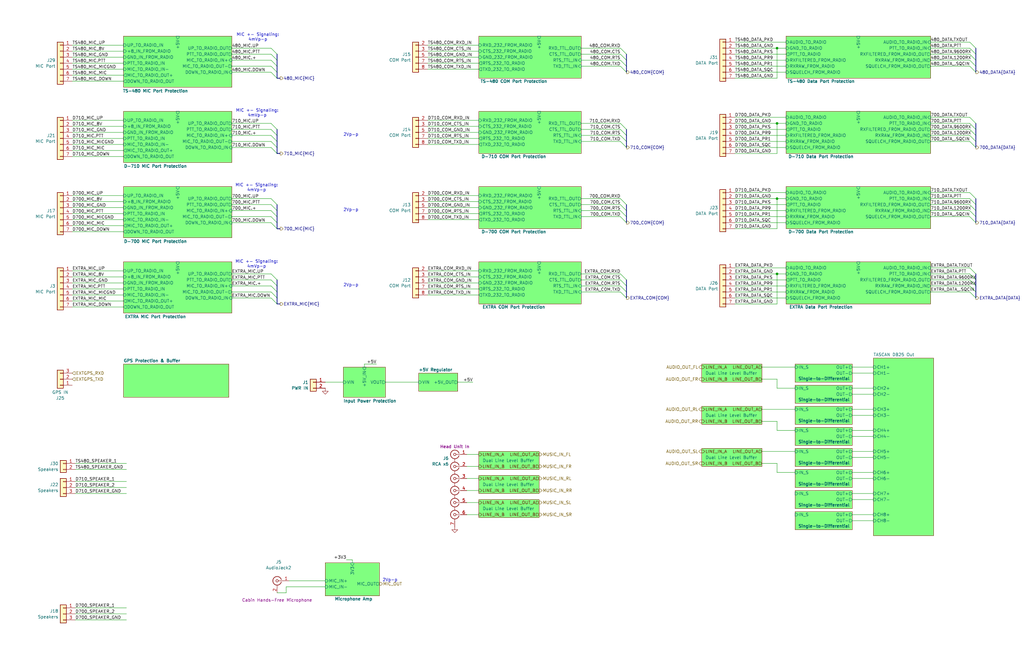
<source format=kicad_sch>
(kicad_sch (version 20250114) (generator "eeschema") (generator_version "9.0")
  (paper "B")
  (bus_alias "480_MIC" (members "UP" "DOWN" "PTT" "+"))
  (bus_alias "4X_KENWOOD_MIC" (members "{480_MIC}" "{710_MIC}" "{EXTRA_MIC}" "{700_MIC}"))
  (bus_alias "700_MIC" (members "UP" "DOWN" "PTT" "+"))
  (bus_alias "710_MIC" (members "UP" "DOWN" "PTT" "+"))
  (bus_alias "COM" (members "RXD" "TXD" "CTS" "RTS"))
  (bus_alias "DATA" (members "TXOUT" "PTT" "9600RX" "1200RX" "SQCIN"))
  (bus_alias "EXTRA_MIC" (members "UP" "DOWN" "PTT" "+"))
  (bus_alias "MIC" (members "UP" "DOWN" "PTT" "+"))
  (text "MIC +- Signaling:\n4mVp-p" (at 108.458 47.752 0) (effects (font (size 1.27 1.27))))
  (text "MIC +- Signaling:\n4mVp-p" (at 108.712 15.748 0) (effects (font (size 1.27 1.27))))
  (text "2Vp-p" (at 144.78 89.408 0) (effects (font (size 1.27 1.27)) (justify left bottom)))
  (text "2Vp-p" (at 144.78 121.158 0) (effects (font (size 1.27 1.27)) (justify left bottom)))
  (text "2Vp-p" (at 144.78 57.658 0) (effects (font (size 1.27 1.27)) (justify left bottom)))
  (text "MIC +- Signaling:\n4mVp-p" (at 108.204 111.506 0) (effects (font (size 1.27 1.27))))
  (text "MIC +- Signaling:\n4mVp-p" (at 108.204 79.248 0) (effects (font (size 1.27 1.27))))
  (text "2Vp-p" (at 161.29 245.618 0) (effects (font (size 1.27 1.27)) (justify left bottom)))
  (junction (at 327.66 83.82))
  (junction (at 327.66 52.07))
  (junction (at 327.66 20.32))
  (junction (at 327.66 115.57))
  (bus_entry (at 114.3 62.23) (size 2.54 2.54))
  (bus_entry (at 261.62 22.86) (size 2.54 2.54))
  (bus_entry (at 408.94 81.28) (size 2.54 2.54))
  (bus_entry (at 261.62 91.44) (size 2.54 2.54))
  (bus_entry (at 408.94 83.82) (size 2.54 2.54))
  (bus_entry (at 114.3 54.61) (size 2.54 2.54))
  (bus_entry (at 408.94 52.07) (size 2.54 2.54))
  (bus_entry (at 408.94 57.15) (size 2.54 2.54))
  (bus_entry (at 114.3 20.32) (size 2.54 2.54))
  (bus_entry (at 408.94 115.57) (size 2.54 2.54))
  (bus_entry (at 114.3 25.4) (size 2.54 2.54))
  (bus_entry (at 261.62 88.9) (size 2.54 2.54))
  (bus_entry (at 261.62 120.65) (size 2.54 2.54))
  (bus_entry (at 261.62 20.32) (size 2.54 2.54))
  (bus_entry (at 261.62 52.07) (size 2.54 2.54))
  (bus_entry (at 114.3 83.82) (size 2.54 2.54))
  (bus_entry (at 114.3 115.57) (size 2.54 2.54))
  (bus_entry (at 261.62 115.57) (size 2.54 2.54))
  (bus_entry (at 261.62 86.36) (size 2.54 2.54))
  (bus_entry (at 261.62 59.69) (size 2.54 2.54))
  (bus_entry (at 114.3 22.86) (size 2.54 2.54))
  (bus_entry (at 261.62 27.94) (size 2.54 2.54))
  (bus_entry (at 114.3 93.98) (size 2.54 2.54))
  (bus_entry (at 114.3 30.48) (size 2.54 2.54))
  (bus_entry (at 114.3 88.9) (size 2.54 2.54))
  (bus_entry (at 408.94 22.86) (size 2.54 2.54))
  (bus_entry (at 408.94 27.94) (size 2.54 2.54))
  (bus_entry (at 408.94 91.44) (size 2.54 2.54))
  (bus_entry (at 114.3 125.73) (size 2.54 2.54))
  (bus_entry (at 408.94 113.03) (size 2.54 2.54))
  (bus_entry (at 261.62 123.19) (size 2.54 2.54))
  (bus_entry (at 408.94 88.9) (size 2.54 2.54))
  (bus_entry (at 261.62 25.4) (size 2.54 2.54))
  (bus_entry (at 261.62 54.61) (size 2.54 2.54))
  (bus_entry (at 408.94 49.53) (size 2.54 2.54))
  (bus_entry (at 261.62 57.15) (size 2.54 2.54))
  (bus_entry (at 408.94 86.36) (size 2.54 2.54))
  (bus_entry (at 114.3 120.65) (size 2.54 2.54))
  (bus_entry (at 408.94 118.11) (size 2.54 2.54))
  (bus_entry (at 114.3 52.07) (size 2.54 2.54))
  (bus_entry (at 114.3 57.15) (size 2.54 2.54))
  (bus_entry (at 114.3 118.11) (size 2.54 2.54))
  (bus_entry (at 261.62 83.82) (size 2.54 2.54))
  (bus_entry (at 114.3 91.44) (size 2.54 2.54))
  (bus_entry (at 408.94 17.78) (size 2.54 2.54))
  (bus_entry (at 114.3 86.36) (size 2.54 2.54))
  (bus_entry (at 114.3 123.19) (size 2.54 2.54))
  (bus_entry (at 408.94 120.65) (size 2.54 2.54))
  (bus_entry (at 114.3 27.94) (size 2.54 2.54))
  (bus_entry (at 408.94 59.69) (size 2.54 2.54))
  (bus_entry (at 408.94 54.61) (size 2.54 2.54))
  (bus_entry (at 114.3 59.69) (size 2.54 2.54))
  (bus_entry (at 408.94 123.19) (size 2.54 2.54))
  (bus_entry (at 408.94 20.32) (size 2.54 2.54))
  (bus_entry (at 261.62 118.11) (size 2.54 2.54))
  (bus_entry (at 408.94 25.4) (size 2.54 2.54))
  (bus (pts (xy 116.84 86.36) (xy 116.84 88.9)))
  (wire (pts (xy 30.48 50.8) (xy 52.07 50.8)))
  (wire (pts (xy 114.3 83.82) (xy 97.79 83.82)))
  (wire (pts (xy 30.48 63.5) (xy 52.07 63.5)))
  (bus (pts (xy 116.84 96.52) (xy 118.11 96.52)))
  (wire (pts (xy 30.48 34.29) (xy 52.07 34.29)))
  (bus (pts (xy 264.16 54.61) (xy 264.16 57.15)))
  (wire (pts (xy 180.34 53.34) (xy 201.93 53.34)))
  (wire (pts (xy 309.88 25.4) (xy 331.47 25.4)))
  (wire (pts (xy 309.88 64.77) (xy 327.66 64.77)))
  (wire (pts (xy 327.66 115.57) (xy 327.66 128.27)))
  (wire (pts (xy 408.94 20.32) (xy 392.43 20.32)))
  (wire (pts (xy 114.3 52.07) (xy 97.79 52.07)))
  (bus (pts (xy 116.84 93.98) (xy 116.84 96.52)))
  (wire (pts (xy 327.66 52.07) (xy 331.47 52.07)))
  (wire (pts (xy 408.94 54.61) (xy 392.43 54.61)))
  (wire (pts (xy 30.48 29.21) (xy 52.07 29.21)))
  (wire (pts (xy 327.66 199.39) (xy 335.28 199.39)))
  (wire (pts (xy 30.48 121.92) (xy 52.07 121.92)))
  (wire (pts (xy 321.31 160.02) (xy 327.66 160.02)))
  (bus (pts (xy 411.48 57.15) (xy 411.48 59.69)))
  (bus (pts (xy 411.48 27.94) (xy 411.48 30.48)))
  (wire (pts (xy 359.41 166.37) (xy 368.3 166.37)))
  (wire (pts (xy 120.65 250.19) (xy 120.65 247.65)))
  (wire (pts (xy 30.48 87.63) (xy 52.07 87.63)))
  (wire (pts (xy 114.3 30.48) (xy 97.79 30.48)))
  (wire (pts (xy 30.48 90.17) (xy 52.07 90.17)))
  (wire (pts (xy 180.34 119.38) (xy 201.93 119.38)))
  (wire (pts (xy 30.48 129.54) (xy 52.07 129.54)))
  (wire (pts (xy 162.56 161.29) (xy 176.53 161.29)))
  (wire (pts (xy 359.41 190.5) (xy 368.3 190.5)))
  (wire (pts (xy 359.41 210.82) (xy 368.3 210.82)))
  (wire (pts (xy 199.39 161.29) (xy 193.04 161.29)))
  (bus (pts (xy 116.84 120.65) (xy 116.84 123.19)))
  (wire (pts (xy 327.66 83.82) (xy 331.47 83.82)))
  (wire (pts (xy 408.94 88.9) (xy 392.43 88.9)))
  (wire (pts (xy 30.48 60.96) (xy 52.07 60.96)))
  (wire (pts (xy 408.94 118.11) (xy 392.43 118.11)))
  (wire (pts (xy 114.3 59.69) (xy 97.79 59.69)))
  (wire (pts (xy 114.3 22.86) (xy 97.79 22.86)))
  (wire (pts (xy 408.94 59.69) (xy 392.43 59.69)))
  (wire (pts (xy 114.3 62.23) (xy 97.79 62.23)))
  (wire (pts (xy 261.62 91.44) (xy 245.11 91.44)))
  (wire (pts (xy 408.94 86.36) (xy 392.43 86.36)))
  (bus (pts (xy 116.84 128.27) (xy 118.11 128.27)))
  (wire (pts (xy 309.88 17.78) (xy 331.47 17.78)))
  (wire (pts (xy 261.62 20.32) (xy 245.11 20.32)))
  (wire (pts (xy 116.84 250.19) (xy 120.65 250.19)))
  (wire (pts (xy 327.66 195.58) (xy 327.66 199.39)))
  (wire (pts (xy 196.85 212.09) (xy 201.93 212.09)))
  (bus (pts (xy 411.48 91.44) (xy 411.48 93.98)))
  (wire (pts (xy 180.34 21.59) (xy 201.93 21.59)))
  (wire (pts (xy 30.48 92.71) (xy 52.07 92.71)))
  (wire (pts (xy 321.31 172.72) (xy 335.28 172.72)))
  (bus (pts (xy 264.16 120.65) (xy 264.16 123.19)))
  (wire (pts (xy 408.94 52.07) (xy 392.43 52.07)))
  (wire (pts (xy 30.48 127) (xy 52.07 127)))
  (wire (pts (xy 30.48 124.46) (xy 52.07 124.46)))
  (wire (pts (xy 31.75 198.12) (xy 53.34 198.12)))
  (wire (pts (xy 148.59 236.22) (xy 146.05 236.22)))
  (bus (pts (xy 411.48 123.19) (xy 411.48 125.73)))
  (wire (pts (xy 30.48 31.75) (xy 52.07 31.75)))
  (wire (pts (xy 30.48 58.42) (xy 52.07 58.42)))
  (wire (pts (xy 30.48 26.67) (xy 52.07 26.67)))
  (wire (pts (xy 31.75 261.62) (xy 53.34 261.62)))
  (wire (pts (xy 309.88 86.36) (xy 331.47 86.36)))
  (wire (pts (xy 321.31 195.58) (xy 327.66 195.58)))
  (wire (pts (xy 321.31 190.5) (xy 335.28 190.5)))
  (bus (pts (xy 411.48 86.36) (xy 411.48 88.9)))
  (wire (pts (xy 309.88 59.69) (xy 331.47 59.69)))
  (wire (pts (xy 408.94 120.65) (xy 392.43 120.65)))
  (wire (pts (xy 327.66 163.83) (xy 335.28 163.83)))
  (wire (pts (xy 408.94 113.03) (xy 392.43 113.03)))
  (wire (pts (xy 261.62 57.15) (xy 245.11 57.15)))
  (wire (pts (xy 31.75 205.74) (xy 53.34 205.74)))
  (wire (pts (xy 114.3 54.61) (xy 97.79 54.61)))
  (wire (pts (xy 180.34 60.96) (xy 201.93 60.96)))
  (wire (pts (xy 114.3 20.32) (xy 97.79 20.32)))
  (wire (pts (xy 114.3 88.9) (xy 97.79 88.9)))
  (wire (pts (xy 196.85 191.77) (xy 201.93 191.77)))
  (wire (pts (xy 309.88 81.28) (xy 331.47 81.28)))
  (wire (pts (xy 31.75 208.28) (xy 53.34 208.28)))
  (wire (pts (xy 408.94 25.4) (xy 392.43 25.4)))
  (wire (pts (xy 120.65 247.65) (xy 137.16 247.65)))
  (bus (pts (xy 264.16 25.4) (xy 264.16 27.94)))
  (wire (pts (xy 309.88 30.48) (xy 331.47 30.48)))
  (wire (pts (xy 309.88 83.82) (xy 327.66 83.82)))
  (bus (pts (xy 116.84 64.77) (xy 118.11 64.77)))
  (wire (pts (xy 309.88 52.07) (xy 327.66 52.07)))
  (wire (pts (xy 261.62 22.86) (xy 245.11 22.86)))
  (wire (pts (xy 196.85 201.93) (xy 201.93 201.93)))
  (wire (pts (xy 327.66 20.32) (xy 331.47 20.32)))
  (wire (pts (xy 261.62 88.9) (xy 245.11 88.9)))
  (wire (pts (xy 180.34 116.84) (xy 201.93 116.84)))
  (wire (pts (xy 180.34 26.67) (xy 201.93 26.67)))
  (wire (pts (xy 30.48 95.25) (xy 52.07 95.25)))
  (wire (pts (xy 114.3 57.15) (xy 97.79 57.15)))
  (bus (pts (xy 116.84 91.44) (xy 116.84 93.98)))
  (wire (pts (xy 359.41 172.72) (xy 368.3 172.72)))
  (wire (pts (xy 321.31 154.94) (xy 335.28 154.94)))
  (wire (pts (xy 309.88 113.03) (xy 331.47 113.03)))
  (wire (pts (xy 309.88 91.44) (xy 331.47 91.44)))
  (wire (pts (xy 137.16 161.29) (xy 144.78 161.29)))
  (wire (pts (xy 408.94 91.44) (xy 392.43 91.44)))
  (wire (pts (xy 148.59 236.22) (xy 148.59 237.49)))
  (wire (pts (xy 261.62 54.61) (xy 245.11 54.61)))
  (wire (pts (xy 309.88 22.86) (xy 331.47 22.86)))
  (bus (pts (xy 411.48 54.61) (xy 411.48 57.15)))
  (bus (pts (xy 411.48 22.86) (xy 411.48 25.4)))
  (wire (pts (xy 153.67 153.67) (xy 153.67 154.94)))
  (wire (pts (xy 309.88 115.57) (xy 327.66 115.57)))
  (wire (pts (xy 30.48 19.05) (xy 52.07 19.05)))
  (wire (pts (xy 114.3 27.94) (xy 97.79 27.94)))
  (wire (pts (xy 309.88 93.98) (xy 331.47 93.98)))
  (wire (pts (xy 327.66 160.02) (xy 327.66 163.83)))
  (wire (pts (xy 408.94 81.28) (xy 392.43 81.28)))
  (bus (pts (xy 411.48 52.07) (xy 411.48 54.61)))
  (wire (pts (xy 359.41 193.04) (xy 368.3 193.04)))
  (wire (pts (xy 408.94 115.57) (xy 392.43 115.57)))
  (wire (pts (xy 408.94 17.78) (xy 392.43 17.78)))
  (wire (pts (xy 261.62 59.69) (xy 245.11 59.69)))
  (wire (pts (xy 309.88 49.53) (xy 331.47 49.53)))
  (wire (pts (xy 309.88 20.32) (xy 327.66 20.32)))
  (bus (pts (xy 411.48 118.11) (xy 411.48 120.65)))
  (bus (pts (xy 264.16 59.69) (xy 264.16 62.23)))
  (wire (pts (xy 31.75 256.54) (xy 53.34 256.54)))
  (wire (pts (xy 327.66 115.57) (xy 331.47 115.57)))
  (wire (pts (xy 359.41 154.94) (xy 368.3 154.94)))
  (wire (pts (xy 30.48 24.13) (xy 52.07 24.13)))
  (wire (pts (xy 180.34 87.63) (xy 201.93 87.63)))
  (wire (pts (xy 359.41 163.83) (xy 368.3 163.83)))
  (wire (pts (xy 261.62 118.11) (xy 245.11 118.11)))
  (wire (pts (xy 261.62 115.57) (xy 245.11 115.57)))
  (wire (pts (xy 309.88 125.73) (xy 331.47 125.73)))
  (bus (pts (xy 116.84 25.4) (xy 116.84 27.94)))
  (wire (pts (xy 31.75 203.2) (xy 53.34 203.2)))
  (bus (pts (xy 411.48 120.65) (xy 411.48 123.19)))
  (bus (pts (xy 264.16 118.11) (xy 264.16 120.65)))
  (wire (pts (xy 114.3 125.73) (xy 97.79 125.73)))
  (wire (pts (xy 180.34 114.3) (xy 201.93 114.3)))
  (wire (pts (xy 321.31 177.8) (xy 327.66 177.8)))
  (wire (pts (xy 359.41 184.15) (xy 368.3 184.15)))
  (wire (pts (xy 180.34 55.88) (xy 201.93 55.88)))
  (bus (pts (xy 116.84 123.19) (xy 116.84 125.73)))
  (wire (pts (xy 309.88 128.27) (xy 327.66 128.27)))
  (bus (pts (xy 116.84 54.61) (xy 116.84 57.15)))
  (wire (pts (xy 309.88 62.23) (xy 331.47 62.23)))
  (wire (pts (xy 114.3 25.4) (xy 97.79 25.4)))
  (wire (pts (xy 408.94 57.15) (xy 392.43 57.15)))
  (wire (pts (xy 180.34 82.55) (xy 201.93 82.55)))
  (wire (pts (xy 309.88 120.65) (xy 331.47 120.65)))
  (wire (pts (xy 30.48 66.04) (xy 52.07 66.04)))
  (wire (pts (xy 180.34 19.05) (xy 201.93 19.05)))
  (wire (pts (xy 180.34 90.17) (xy 201.93 90.17)))
  (wire (pts (xy 180.34 29.21) (xy 201.93 29.21)))
  (wire (pts (xy 309.88 88.9) (xy 331.47 88.9)))
  (wire (pts (xy 261.62 27.94) (xy 245.11 27.94)))
  (wire (pts (xy 30.48 85.09) (xy 52.07 85.09)))
  (wire (pts (xy 359.41 217.17) (xy 368.3 217.17)))
  (wire (pts (xy 408.94 49.53) (xy 392.43 49.53)))
  (wire (pts (xy 30.48 55.88) (xy 52.07 55.88)))
  (wire (pts (xy 114.3 120.65) (xy 97.79 120.65)))
  (wire (pts (xy 31.75 195.58) (xy 53.34 195.58)))
  (bus (pts (xy 116.84 118.11) (xy 116.84 120.65)))
  (bus (pts (xy 411.48 20.32) (xy 411.48 22.86)))
  (wire (pts (xy 309.88 54.61) (xy 331.47 54.61)))
  (bus (pts (xy 264.16 123.19) (xy 264.16 125.73)))
  (bus (pts (xy 264.16 86.36) (xy 264.16 88.9)))
  (wire (pts (xy 180.34 24.13) (xy 201.93 24.13)))
  (wire (pts (xy 261.62 123.19) (xy 245.11 123.19)))
  (wire (pts (xy 309.88 57.15) (xy 331.47 57.15)))
  (wire (pts (xy 359.41 219.71) (xy 368.3 219.71)))
  (bus (pts (xy 264.16 91.44) (xy 264.16 93.98)))
  (bus (pts (xy 116.84 88.9) (xy 116.84 91.44)))
  (wire (pts (xy 30.48 21.59) (xy 52.07 21.59)))
  (wire (pts (xy 309.88 118.11) (xy 331.47 118.11)))
  (wire (pts (xy 180.34 50.8) (xy 201.93 50.8)))
  (wire (pts (xy 408.94 83.82) (xy 392.43 83.82)))
  (bus (pts (xy 264.16 22.86) (xy 264.16 25.4)))
  (wire (pts (xy 327.66 52.07) (xy 327.66 64.77)))
  (wire (pts (xy 30.48 116.84) (xy 52.07 116.84)))
  (wire (pts (xy 180.34 92.71) (xy 201.93 92.71)))
  (wire (pts (xy 180.34 124.46) (xy 201.93 124.46)))
  (wire (pts (xy 359.41 157.48) (xy 368.3 157.48)))
  (wire (pts (xy 261.62 120.65) (xy 245.11 120.65)))
  (wire (pts (xy 121.92 245.11) (xy 137.16 245.11)))
  (wire (pts (xy 309.88 96.52) (xy 327.66 96.52)))
  (wire (pts (xy 30.48 119.38) (xy 52.07 119.38)))
  (wire (pts (xy 180.34 121.92) (xy 201.93 121.92)))
  (bus (pts (xy 116.84 30.48) (xy 116.84 33.02)))
  (bus (pts (xy 116.84 125.73) (xy 116.84 128.27)))
  (wire (pts (xy 309.88 27.94) (xy 331.47 27.94)))
  (wire (pts (xy 114.3 123.19) (xy 97.79 123.19)))
  (wire (pts (xy 261.62 86.36) (xy 245.11 86.36)))
  (wire (pts (xy 31.75 259.08) (xy 53.34 259.08)))
  (wire (pts (xy 114.3 115.57) (xy 97.79 115.57)))
  (bus (pts (xy 411.48 83.82) (xy 411.48 86.36)))
  (bus (pts (xy 264.16 88.9) (xy 264.16 91.44)))
  (wire (pts (xy 359.41 181.61) (xy 368.3 181.61)))
  (wire (pts (xy 196.85 217.17) (xy 201.93 217.17)))
  (wire (pts (xy 180.34 85.09) (xy 201.93 85.09)))
  (bus (pts (xy 116.84 33.02) (xy 118.11 33.02)))
  (wire (pts (xy 408.94 27.94) (xy 392.43 27.94)))
  (wire (pts (xy 30.48 114.3) (xy 52.07 114.3)))
  (wire (pts (xy 114.3 91.44) (xy 97.79 91.44)))
  (wire (pts (xy 114.3 118.11) (xy 97.79 118.11)))
  (wire (pts (xy 408.94 22.86) (xy 392.43 22.86)))
  (bus (pts (xy 411.48 115.57) (xy 411.48 118.11)))
  (bus (pts (xy 411.48 25.4) (xy 411.48 27.94)))
  (wire (pts (xy 30.48 97.79) (xy 52.07 97.79)))
  (wire (pts (xy 309.88 123.19) (xy 331.47 123.19)))
  (bus (pts (xy 116.84 59.69) (xy 116.84 62.23)))
  (wire (pts (xy 180.34 58.42) (xy 201.93 58.42)))
  (wire (pts (xy 359.41 201.93) (xy 368.3 201.93)))
  (wire (pts (xy 327.66 181.61) (xy 335.28 181.61)))
  (wire (pts (xy 327.66 83.82) (xy 327.66 96.52)))
  (wire (pts (xy 261.62 52.07) (xy 245.11 52.07)))
  (wire (pts (xy 30.48 53.34) (xy 52.07 53.34)))
  (wire (pts (xy 114.3 93.98) (xy 97.79 93.98)))
  (wire (pts (xy 359.41 199.39) (xy 368.3 199.39)))
  (wire (pts (xy 261.62 25.4) (xy 245.11 25.4)))
  (wire (pts (xy 30.48 82.55) (xy 52.07 82.55)))
  (bus (pts (xy 411.48 88.9) (xy 411.48 91.44)))
  (wire (pts (xy 261.62 83.82) (xy 245.11 83.82)))
  (wire (pts (xy 309.88 33.02) (xy 327.66 33.02)))
  (bus (pts (xy 264.16 57.15) (xy 264.16 59.69)))
  (wire (pts (xy 359.41 208.28) (xy 368.3 208.28)))
  (wire (pts (xy 359.41 175.26) (xy 368.3 175.26)))
  (bus (pts (xy 116.84 57.15) (xy 116.84 59.69)))
  (wire (pts (xy 158.75 153.67) (xy 153.67 153.67)))
  (bus (pts (xy 116.84 22.86) (xy 116.84 25.4)))
  (wire (pts (xy 408.94 123.19) (xy 392.43 123.19)))
  (wire (pts (xy 327.66 33.02) (xy 327.66 20.32)))
  (bus (pts (xy 116.84 62.23) (xy 116.84 64.77)))
  (wire (pts (xy 327.66 177.8) (xy 327.66 181.61)))
  (wire (pts (xy 196.85 207.01) (xy 201.93 207.01)))
  (bus (pts (xy 116.84 27.94) (xy 116.84 30.48)))
  (wire (pts (xy 114.3 86.36) (xy 97.79 86.36)))
  (bus (pts (xy 264.16 27.94) (xy 264.16 30.48)))
  (bus (pts (xy 411.48 59.69) (xy 411.48 62.23)))
  (wire (pts (xy 196.85 196.85) (xy 201.93 196.85)))
  (label "TS480_DATA_GND" (at 309.88 20.32 0))
  (label "EXTRA_COM_CTS_IN" (at 180.34 116.84 0))
  (label "700_MIC.DOWN" (at 97.79 93.98 0))
  (label "EXTRA_DATA_PKD" (at 309.88 113.03 0))
  (label "480_DATA.PTT" (at 392.43 20.32 0))
  (label "EXTRA_DATA_PR9" (at 309.88 120.65 0))
  (label "700_DATA.PTT" (at 392.43 52.07 0))
  (label "D700_MIC_GND" (at 30.48 87.63 0))
  (label "480_MIC.PTT" (at 97.79 22.86 0))
  (label "D710_SPEAKER_GND" (at 31.75 208.28 0))
  (label "TS480_MIC_DOWN" (at 30.48 34.29 0))
  (label "TS480_MIC_MICGND" (at 30.48 29.21 0))
  (label "710_DATA.PTT" (at 392.43 83.82 0))
  (label "TS480_COM_RTS_IN" (at 180.34 26.67 0))
  (label "D700_COM_RXD_IN" (at 180.34 82.55 0))
  (label "EXTRA_COM.RXD" (at 261.62 115.57 180))
  (label "EXTRA_COM_TXD_IN" (at 180.34 124.46 0))
  (label "D710_SPEAKER_1" (at 31.75 203.2 0))
  (label "EXTRA_COM_RXD_IN" (at 180.34 114.3 0))
  (label "D710_DATA_PR1" (at 309.88 91.44 0))
  (label "D700_COM_TXD_IN" (at 180.34 92.71 0))
  (label "D700_SPEAKER_1" (at 31.75 256.54 0))
  (label "D700_MIC_8V" (at 30.48 85.09 0))
  (label "480_DATA.1200RX" (at 392.43 25.4 0))
  (label "TS480_MIC_UP" (at 30.48 19.05 0))
  (label "+5V" (at 158.75 153.67 180))
  (label "700_DATA.1200RX" (at 392.43 57.15 0))
  (label "700_MIC.UP" (at 97.79 83.82 0))
  (label "EXTRA_MIC_DOWN" (at 30.48 129.54 0))
  (label "EXTRA_COM_GND_IN" (at 180.34 119.38 0))
  (label "TS480_COM_CTS_IN" (at 180.34 21.59 0))
  (label "EXTRA_DATA_PR1" (at 309.88 123.19 0))
  (label "700_COM.CTS" (at 261.62 86.36 180))
  (label "710_COM.RTS" (at 261.62 57.15 180))
  (label "EXTRA_MIC_MIC" (at 30.48 127 0))
  (label "D700_MIC.PTT" (at 30.48 90.17 0))
  (label "TS480_DATA_SQC" (at 309.88 30.48 0))
  (label "D710_COM_RXD_IN" (at 180.34 50.8 0))
  (label "D700_MIC_MICGND" (at 30.48 92.71 0))
  (label "EXTRA_COM_RTS_IN" (at 180.34 121.92 0))
  (label "TS480_DATA_PR9" (at 309.88 25.4 0))
  (label "710_MIC.DOWN" (at 97.79 62.23 0))
  (label "710_COM.TXD" (at 261.62 59.69 180))
  (label "EXTRA_COM.TXD" (at 261.62 123.19 180))
  (label "EXTRA_DATA_.SQCIN" (at 392.43 123.19 0))
  (label "TS480_DATA_PKD" (at 309.88 17.78 0))
  (label "D700_DATA_PKD" (at 309.88 49.53 0))
  (label "480_DATA.TXOUT" (at 392.43 17.78 0))
  (label "+3V3" (at 146.05 236.22 180))
  (label "D700_DATA_PR1" (at 309.88 59.69 0))
  (label "D710_SPEAKER_2" (at 31.75 205.74 0))
  (label "D710_COM_GND_IN" (at 180.34 55.88 0))
  (label "710_DATA_.SQCIN" (at 392.43 91.44 0))
  (label "TS480_COM_GND_IN" (at 180.34 24.13 0))
  (label "D700_MIC_UP" (at 30.48 82.55 0))
  (label "710_DATA.1200RX" (at 392.43 88.9 0))
  (label "D710_MIC_DOWN" (at 30.48 66.04 0))
  (label "D710_DATA_GND" (at 309.88 83.82 0))
  (label "EXTRA_MIC_MICGND" (at 30.48 124.46 0))
  (label "+5V" (at 199.39 161.29 180))
  (label "D700_DATA_SQC" (at 309.88 62.23 0))
  (label "TS480_MIC_8V" (at 30.48 21.59 0))
  (label "TS480_SPEAKER_GND" (at 31.75 198.12 0))
  (label "D710_DATA_PR9" (at 309.88 88.9 0))
  (label "710_MIC.+" (at 97.79 57.15 0))
  (label "EXTRA_MIC.DOWN" (at 97.79 125.73 0))
  (label "D710_MIC_8V" (at 30.48 53.34 0))
  (label "D700_SPEAKER_GND" (at 31.75 261.62 0))
  (label "480_DATA_.SQCIN" (at 392.43 27.94 0))
  (label "480_COM.RXD" (at 261.62 20.32 180))
  (label "700_COM.RXD" (at 261.62 83.82 180))
  (label "700_MIC.PTT" (at 97.79 86.36 0))
  (label "D700_DATA_PKS" (at 309.88 54.61 0))
  (label "480_COM.TXD" (at 261.62 27.94 180))
  (label "D710_MIC.PTT" (at 30.48 58.42 0))
  (label "D710_DATA_GND" (at 309.88 96.52 0))
  (label "700_DATA.TXOUT" (at 392.43 49.53 0))
  (label "700_COM.RTS" (at 261.62 88.9 180))
  (label "EXTRA_DATA.PTT" (at 392.43 115.57 0))
  (label "D710_COM_TXD_IN" (at 180.34 60.96 0))
  (label "480_COM.RTS" (at 261.62 25.4 180))
  (label "D700_MIC_MIC" (at 30.48 95.25 0))
  (label "EXTRA_MIC.PTT" (at 97.79 118.11 0))
  (label "D700_COM_CTS_IN" (at 180.34 85.09 0))
  (label "710_MIC.UP" (at 97.79 52.07 0))
  (label "EXTRA_MIC.PTT" (at 30.48 121.92 0))
  (label "TS480_MIC.PTT" (at 30.48 26.67 0))
  (label "710_COM.CTS" (at 261.62 54.61 180))
  (label "TS480_COM_RXD_IN" (at 180.34 19.05 0))
  (label "TS480_COM_TXD_IN" (at 180.34 29.21 0))
  (label "EXTRA_DATA_SQC" (at 309.88 125.73 0))
  (label "D710_DATA_PKD" (at 309.88 81.28 0))
  (label "710_MIC.PTT" (at 97.79 54.61 0))
  (label "TS480_DATA_GND" (at 309.88 33.02 0))
  (label "EXTRA_DATA_GND" (at 309.88 115.57 0))
  (label "EXTRA_MIC_GND" (at 30.48 119.38 0))
  (label "710_DATA.TXOUT" (at 392.43 81.28 0))
  (label "EXTRA_MIC.+" (at 97.79 120.65 0))
  (label "480_MIC.+" (at 97.79 25.4 0))
  (label "D710_MIC_MIC" (at 30.48 63.5 0))
  (label "D710_COM_RTS_IN" (at 180.34 58.42 0))
  (label "EXTRA_DATA_PKS" (at 309.88 118.11 0))
  (label "EXTRA_DATA_GND" (at 309.88 128.27 0))
  (label "D710_MIC_GND" (at 30.48 55.88 0))
  (label "EXTRA_DATA.1200RX" (at 392.43 120.65 0))
  (label "480_MIC.UP" (at 97.79 20.32 0))
  (label "710_COM.RXD" (at 261.62 52.07 180))
  (label "700_DATA.9600RX" (at 392.43 54.61 0))
  (label "EXTRA_DATA.TXOUT" (at 392.43 113.03 0))
  (label "D700_DATA_PR9" (at 309.88 57.15 0))
  (label "EXTRA_COM.RTS" (at 261.62 120.65 180))
  (label "D700_SPEAKER_2" (at 31.75 259.08 0))
  (label "D710_MIC_MICGND" (at 30.48 60.96 0))
  (label "D710_COM_CTS_IN" (at 180.34 53.34 0))
  (label "EXTRA_COM.CTS" (at 261.62 118.11 180))
  (label "EXTRA_DATA.9600RX" (at 392.43 118.11 0))
  (label "480_MIC.DOWN" (at 97.79 30.48 0))
  (label "480_COM.CTS" (at 261.62 22.86 180))
  (label "EXTRA_MIC_8V" (at 30.48 116.84 0))
  (label "700_MIC.+" (at 97.79 88.9 0))
  (label "EXTRA_MIC_UP" (at 30.48 114.3 0))
  (label "EXTRA_MIC.UP" (at 97.79 115.57 0))
  (label "700_COM.TXD" (at 261.62 91.44 180))
  (label "TS480_MIC_GND" (at 30.48 24.13 0))
  (label "TS480_DATA_PKS" (at 309.88 22.86 0))
  (label "D700_COM_RTS_IN" (at 180.34 90.17 0))
  (label "D700_DATA_GND" (at 309.88 64.77 0))
  (label "480_DATA.9600RX" (at 392.43 22.86 0))
  (label "700_DATA_.SQCIN" (at 392.43 59.69 0))
  (label "D710_MIC_UP" (at 30.48 50.8 0))
  (label "710_DATA.9600RX" (at 392.43 86.36 0))
  (label "TS480_DATA_PR1" (at 309.88 27.94 0))
  (label "D700_MIC_DOWN" (at 30.48 97.79 0))
  (label "TS480_MIC_MIC" (at 30.48 31.75 0))
  (label "D710_DATA_SQC" (at 309.88 93.98 0))
  (label "TS480_SPEAKER_1" (at 31.75 195.58 0))
  (label "D710_DATA_PKS" (at 309.88 86.36 0))
  (label "D700_COM_GND_IN" (at 180.34 87.63 0))
  (label "D700_DATA_GND" (at 309.88 52.07 0))
  (hierarchical_label "MIC_OUT" (shape output) (at 160.02 246.38 0))
  (hierarchical_label "EXTGPS_RXD" (shape input) (at 30.48 157.48 0))
  (hierarchical_label "MUSIC_IN_SR" (shape output) (at 227.33 217.17 0))
  (hierarchical_label "EXTRA_COM{COM}" (shape output) (at 264.16 125.73 0))
  (hierarchical_label "710_MIC{MIC}" (shape output) (at 118.11 64.77 0))
  (hierarchical_label "480_COM{COM}" (shape output) (at 264.16 30.48 0))
  (hierarchical_label "480_MIC{MIC}" (shape output) (at 118.11 33.02 0))
  (hierarchical_label "AUDIO_OUT_SR" (shape output) (at 295.91 195.58 180))
  (hierarchical_label "MUSIC_IN_FR" (shape output) (at 227.33 196.85 0))
  (hierarchical_label "MUSIC_IN_FL" (shape output) (at 227.33 191.77 0))
  (hierarchical_label "710_COM{COM}" (shape output) (at 264.16 62.23 0))
  (hierarchical_label "AUDIO_OUT_FR" (shape output) (at 295.91 160.02 180))
  (hierarchical_label "MUSIC_IN_RR" (shape output) (at 227.33 207.01 0))
  (hierarchical_label "700_MIC{MIC}" (shape output) (at 118.11 96.52 0))
  (hierarchical_label "EXTGPS_TXD" (shape input) (at 30.48 160.02 0))
  (hierarchical_label "AUDIO_OUT_FL" (shape output) (at 295.91 154.94 180))
  (hierarchical_label "EXTRA_MIC{MIC}" (shape output) (at 118.11 128.27 0))
  (hierarchical_label "700_DATA{DATA}" (shape output) (at 411.48 62.23 0))
  (hierarchical_label "AUDIO_OUT_RL" (shape output) (at 295.91 172.72 180))
  (hierarchical_label "710_DATA{DATA}" (shape output) (at 411.48 93.98 0))
  (hierarchical_label "MUSIC_IN_RL" (shape output) (at 227.33 201.93 0))
  (hierarchical_label "MUSIC_IN_SL" (shape output) (at 227.33 212.09 0))
  (hierarchical_label "700_COM{COM}" (shape output) (at 264.16 93.98 0))
  (hierarchical_label "AUDIO_OUT_SL" (shape output) (at 295.91 190.5 180))
  (hierarchical_label "AUDIO_OUT_RR" (shape output) (at 295.91 177.8 180))
  (hierarchical_label "480_DATA{DATA}" (shape output) (at 411.48 30.48 0))
  (hierarchical_label "EXTRA_DATA{DATA}" (shape output) (at 411.48 125.73 0))
  (symbol (lib_name "Conn_01x05_1") (lib_id "Connector_Generic:Conn_01x05") (at 175.26 119.38 0) (mirror y) (unit 1)
    (property "Reference" "J12" (at 173.228 118.1678 0) (effects (justify left)))
    (property "Value" "COM Port" (at 173.228 120.5921 0) (effects (justify left)))
    (property "Description" "Generic connector, single row, 01x05, script generated (kicad-library-utils/schlib/autogen/connector/)" (effects (hide yes)))
  )
  (symbol (lib_id "Connector_Generic:Conn_01x02") (at 132.08 161.29 0) (mirror y) (unit 1)
    (property "Reference" "J1" (at 130.048 161.3478 0) (effects (justify left)))
    (property "Value" "PWR IN" (at 130.048 163.7721 0) (effects (justify left)))
    (property "Description" "Generic connector, single row, 01x02, script generated (kicad-library-utils/schlib/autogen/connector/)" (effects (hide yes)))
  )
  (symbol (lib_id "Connector_Generic:Conn_01x07") (at 304.8 57.15 0) (mirror y) (unit 1)
    (property "Reference" "J19" (at 302.768 55.9378 0) (effects (justify left)))
    (property "Value" "DATA Port" (at 302.768 58.3621 0) (effects (justify left)))
    (property "Description" "Generic connector, single row, 01x07, script generated (kicad-library-utils/schlib/autogen/connector/)" (effects (hide yes)))
  )
  (symbol (lib_name "Conn_01x05_1") (lib_id "Connector_Generic:Conn_01x05") (at 175.26 87.63 0) (mirror y) (unit 1)
    (property "Reference" "J13" (at 173.228 86.4178 0) (effects (justify left)))
    (property "Value" "COM Port" (at 173.228 88.8421 0) (effects (justify left)))
    (property "Description" "Generic connector, single row, 01x05, script generated (kicad-library-utils/schlib/autogen/connector/)" (effects (hide yes)))
  )
  (symbol (lib_name "Conn_01x05_1") (lib_id "Connector_Generic:Conn_01x05") (at 175.26 24.13 0) (mirror y) (unit 1)
    (property "Reference" "J15" (at 173.228 22.9178 0) (effects (justify left)))
    (property "Value" "COM Port" (at 173.228 25.3421 0) (effects (justify left)))
    (property "Description" "Generic connector, single row, 01x05, script generated (kicad-library-utils/schlib/autogen/connector/)" (effects (hide yes)))
  )
  (symbol (lib_id "power:GND") (at 137.16 163.83 0) (unit 1)
    (property "Reference" "#PWR0272" (effects (hide yes)))
    (property "Value" "GND" (effects (hide yes)))
    (property "Description" "Power symbol creates a global label with name \"GND\" , ground" (effects (hide yes)))
  )
  (symbol (lib_id "Connector_Generic:Conn_01x07") (at 25.4 121.92 0) (mirror y) (unit 1)
    (property "Reference" "J3" (at 23.368 120.7078 0) (effects (justify left)))
    (property "Value" "MIC Port" (at 23.368 123.1321 0) (effects (justify left)))
    (property "Description" "Generic connector, single row, 01x07, script generated (kicad-library-utils/schlib/autogen/connector/)" (effects (hide yes)))
  )
  (symbol (lib_id "Connector_Generic:Conn_01x03") (at 26.67 205.74 0) (mirror y) (unit 1)
    (property "Reference" "J22" (at 24.638 204.5278 0) (effects (justify left)))
    (property "Value" "Speakers" (at 24.638 206.9521 0) (effects (justify left)))
    (property "Description" "Generic connector, single row, 01x03, script generated (kicad-library-utils/schlib/autogen/connector/)" (effects (hide yes)))
  )
  (symbol (lib_id "power:GND") (at 203.2 355.6 0) (unit 1)
    (property "Reference" "#PWR0907" (effects (hide yes)))
    (property "Value" "GND" (effects (hide yes)))
    (property "Description" "Power symbol creates a global label with name \"GND\" , ground" (effects (hide yes)))
  )
  (symbol (lib_id "Connector_Generic:Conn_01x07") (at 304.8 120.65 0) (mirror y) (unit 1)
    (property "Reference" "J26" (at 302.768 119.4378 0) (effects (justify left)))
    (property "Value" "DATA Port" (at 302.768 121.8621 0) (effects (justify left)))
    (property "Description" "Generic connector, single row, 01x07, script generated (kicad-library-utils/schlib/autogen/connector/)" (effects (hide yes)))
  )
  (symbol (lib_id "Connector_Generic:Conn_01x07") (at 25.4 26.67 0) (mirror y) (unit 1)
    (property "Reference" "J29" (at 23.368 25.4578 0) (effects (justify left)))
    (property "Value" "MIC Port" (at 23.368 27.8821 0) (effects (justify left)))
    (property "Description" "Generic connector, single row, 01x07, script generated (kicad-library-utils/schlib/autogen/connector/)" (effects (hide yes)))
  )
  (symbol (lib_id "Connector_Generic:Conn_01x02") (at 26.67 195.58 0) (mirror y) (unit 1)
    (property "Reference" "J30" (at 24.638 195.6378 0) (effects (justify left)))
    (property "Value" "Speakers" (at 24.638 198.0621 0) (effects (justify left)))
    (property "Description" "Generic connector, single row, 01x02, script generated (kicad-library-utils/schlib/autogen/connector/)" (effects (hide yes)))
  )
  (symbol (lib_id "Connector:Conn_Coaxial") (at 116.84 245.11 0) (mirror y) (unit 1)
    (property "Reference" "J5" (at 117.475 237.1555 0))
    (property "Value" "AudioJack2" (at 117.475 239.5798 0))
    (property "Description" "coaxial connector (BNC, SMA, SMB, SMC, Cinch/RCA, LEMO, ...)" (effects (hide yes)))
    (property "Name" "Cabin Hands-Free Microphone" (at 116.84 253.238 0))
  )
  (symbol (lib_id "Connector_Generic:Conn_01x07") (at 304.8 25.4 0) (mirror y) (unit 1)
    (property "Reference" "J31" (at 302.768 24.1878 0) (effects (justify left)))
    (property "Value" "DATA Port" (at 302.768 26.6121 0) (effects (justify left)))
    (property "Description" "Generic connector, single row, 01x07, script generated (kicad-library-utils/schlib/autogen/connector/)" (effects (hide yes)))
  )
  (symbol (lib_id "power:GND") (at 191.77 222.25 0) (unit 1)
    (property "Reference" "#PWR019" (effects (hide yes)))
    (property "Value" "GND" (effects (hide yes)))
    (property "Description" "Power symbol creates a global label with name \"GND\" , ground" (effects (hide yes)))
  )
  (symbol (lib_name "Conn_01x05_1") (lib_id "Connector_Generic:Conn_01x05") (at 175.26 55.88 0) (mirror y) (unit 1)
    (property "Reference" "J14" (at 173.228 54.6678 0) (effects (justify left)))
    (property "Value" "COM Port" (at 173.228 57.0921 0) (effects (justify left)))
    (property "Description" "Generic connector, single row, 01x05, script generated (kicad-library-utils/schlib/autogen/connector/)" (effects (hide yes)))
  )
  (symbol (lib_id "Connector_Generic:Conn_01x07") (at 25.4 58.42 0) (mirror y) (unit 1)
    (property "Reference" "J21" (at 23.368 57.2078 0) (effects (justify left)))
    (property "Value" "MIC Port" (at 23.368 59.6321 0) (effects (justify left)))
    (property "Description" "Generic connector, single row, 01x07, script generated (kicad-library-utils/schlib/autogen/connector/)" (effects (hide yes)))
  )
  (symbol (lib_id "Connector_Generic:Conn_01x03") (at 25.4 160.02 180) (unit 1)
    (property "Reference" "J25" (at 25.4 167.9745 0))
    (property "Value" "GPS IN" (at 25.4 165.5502 0))
    (property "Description" "Generic connector, single row, 01x03, script generated (kicad-library-utils/schlib/autogen/connector/)" (effects (hide yes)))
  )
  (symbol (lib_id "Connector_Generic:Conn_01x07") (at 304.8 88.9 0) (mirror y) (unit 1)
    (property "Reference" "J23" (at 302.768 87.6878 0) (effects (justify left)))
    (property "Value" "DATA Port" (at 302.768 90.1121 0) (effects (justify left)))
    (property "Description" "Generic connector, single row, 01x07, script generated (kicad-library-utils/schlib/autogen/connector/)" (effects (hide yes)))
  )
  (symbol (lib_id "Connector:Conn_Coaxial_x2") (at 191.77 194.31 0) (mirror y) (unit 1)
    (property "Reference" "J6" (at 189.2299 193.391 0) (effects (justify left)))
    (property "Value" "RCA x6" (at 189.2299 195.8153 0) (effects (justify left)))
    (property "Description" "double coaxial connector (BNC, SMA, SMB, SMC, Cinch/RCA, LEMO, ...)" (effects (hide yes)))
    (property "Name" "Head Unit In" (at 191.77 188.468 0))
  )
  (symbol (lib_id "Connector_Generic:Conn_01x03") (at 26.67 259.08 0) (mirror y) (unit 1)
    (property "Reference" "J18" (at 24.638 257.8678 0) (effects (justify left)))
    (property "Value" "Speakers" (at 24.638 260.2921 0) (effects (justify left)))
    (property "Description" "Generic connector, single row, 01x03, script generated (kicad-library-utils/schlib/autogen/connector/)" (effects (hide yes)))
  )
  (symbol (lib_id "Connector_Generic:Conn_01x07") (at 25.4 90.17 0) (mirror y) (unit 1)
    (property "Reference" "J17" (at 23.368 88.9578 0) (effects (justify left)))
    (property "Value" "MIC Port" (at 23.368 91.3821 0) (effects (justify left)))
    (property "Description" "Generic connector, single row, 01x07, script generated (kicad-library-utils/schlib/autogen/connector/)" (effects (hide yes)))
  )
  (sheet (at 52.07 110.49) (size 45.72 21.59) (stroke (width 0.1524)) (fill (color 128 255 128 1.0000))
    (property "Sheetname" "EXTRA MIC Port Protection" (at 65.532 133.604 0) (effects (font (thickness 0.254) (bold yes))))
    (property "Sheetfile" "Protect_KMic.kicad_sch" (effects (hide yes)))
    (pin "+8_IN_FROM_RADIO" input (at 52.07 116.84 180))
    (pin "DOWN_TO_RADIO_IN" input (at 97.79 125.73 0))
    (pin "DOWN_TO_RADIO_OUT" output (at 52.07 129.54 180))
    (pin "GND_IN_FROM_RADIO" input (at 52.07 119.38 180))
    (pin "MIC_TO_RADIO_IN+" input (at 97.79 120.65 0))
    (pin "MIC_TO_RADIO_IN-" input (at 52.07 124.46 180))
    (pin "MIC_TO_RADIO_OUT+" output (at 52.07 127 180))
    (pin "MIC_TO_RADIO_OUT-" output (at 97.79 123.19 0))
    (pin "PTT_TO_RADIO_IN" input (at 52.07 121.92 180))
    (pin "PTT_TO_RADIO_OUT" output (at 97.79 118.11 0))
    (pin "UP_TO_RADIO_IN" input (at 52.07 114.3 180))
    (pin "UP_TO_RADIO_OUT" output (at 97.79 115.57 0))
    (pin "+5V" input (at 74.93 110.49 90))
  )
  (sheet (at 201.93 190.5) (size 25.4 7.62) (stroke (width 0.1524)) (fill (color 128 255 128 1.0000))
    (property "Sheetname" "Dual Line Level Buffer" (at 214.376 194.31 0))
    (property "Sheetfile" "LLBuffer.kicad_sch" (effects (hide yes)))
    (pin "LINE_IN_A" input (at 201.93 191.77 180))
    (pin "LINE_IN_B" input (at 201.93 196.85 180))
    (pin "LINE_OUT_A" output (at 227.33 191.77 0))
    (pin "LINE_OUT_B" output (at 227.33 196.85 0))
  )
  (sheet (at 295.91 189.23) (size 25.4 7.62) (stroke (width 0.1524)) (fill (color 128 255 128 1.0000))
    (property "Sheetname" "Dual Line Level Buffer" (at 308.356 193.04 0))
    (property "Sheetfile" "LLBuffer.kicad_sch" (effects (hide yes)))
    (pin "LINE_IN_A" input (at 295.91 190.5 180))
    (pin "LINE_IN_B" input (at 295.91 195.58 180))
    (pin "LINE_OUT_A" output (at 321.31 190.5 0))
    (pin "LINE_OUT_B" output (at 321.31 195.58 0))
  )
  (sheet (at 331.47 78.74) (size 60.96 17.78) (stroke (width 0.1524)) (fill (color 128 255 128 1.0000))
    (property "Sheetname" "D-700 Data Port Protection" (at 346.202 97.79 0) (effects (font (thickness 0.254) (bold yes))))
    (property "Sheetfile" "Protect_KData.kicad_sch" (effects (hide yes)))
    (pin "+5V" input (at 361.95 78.74 90))
    (pin "AUDIO_TO_RADIO" input (at 331.47 81.28 180))
    (pin "GND_TO_RADIO" input (at 331.47 83.82 180))
    (pin "PTT_TO_RADIO" output (at 331.47 86.36 180))
    (pin "RXFILTERED_FROM_RADIO" input (at 331.47 88.9 180))
    (pin "RXRAW_FROM_RADIO" input (at 331.47 91.44 180))
    (pin "SQUELCH_FROM_RADIO" input (at 331.47 93.98 180))
    (pin "AUDIO_TO_RADIO_IN" input (at 392.43 81.28 0))
    (pin "PTT_TO_RADIO_IN" input (at 392.43 83.82 0))
    (pin "RXFILTERED_FROM_RADIO_OUT" output (at 392.43 86.36 0))
    (pin "RXRAW_FROM_RADIO_IN" output (at 392.43 88.9 0))
    (pin "SQUELCH_FROM_RADIO_OUT" output (at 392.43 91.44 0))
  )
  (sheet (at 331.47 15.24) (size 60.96 17.78) (stroke (width 0.1524)) (fill (color 128 255 128 1.0000))
    (property "Sheetname" "TS-480 Data Port Protection" (at 346.202 34.29 0) (effects (font (thickness 0.254) (bold yes))))
    (property "Sheetfile" "Protect_KData.kicad_sch" (effects (hide yes)))
    (pin "+5V" input (at 361.95 15.24 90))
    (pin "AUDIO_TO_RADIO" input (at 331.47 17.78 180))
    (pin "GND_TO_RADIO" input (at 331.47 20.32 180))
    (pin "PTT_TO_RADIO" output (at 331.47 22.86 180))
    (pin "RXFILTERED_FROM_RADIO" input (at 331.47 25.4 180))
    (pin "RXRAW_FROM_RADIO" input (at 331.47 27.94 180))
    (pin "SQUELCH_FROM_RADIO" input (at 331.47 30.48 180))
    (pin "AUDIO_TO_RADIO_IN" input (at 392.43 17.78 0))
    (pin "PTT_TO_RADIO_IN" input (at 392.43 20.32 0))
    (pin "RXFILTERED_FROM_RADIO_OUT" output (at 392.43 22.86 0))
    (pin "RXRAW_FROM_RADIO_IN" output (at 392.43 25.4 0))
    (pin "SQUELCH_FROM_RADIO_OUT" output (at 392.43 27.94 0))
  )
  (sheet (at 335.28 198.12) (size 24.13 7.62) (stroke (width 0.1524)) (fill (color 128 255 128 1.0000))
    (property "Sheetname" "Single-to-Differential" (at 347.472 204.216 0) (effects (font (thickness 0.254) (bold yes))))
    (property "Sheetfile" "SINGLE-DIFF.kicad_sch" (effects (hide yes)))
    (pin "IN_S" input (at 335.28 199.39 180))
    (pin "OUT+" output (at 359.41 199.39 0))
    (pin "OUT-" output (at 359.41 201.93 0))
  )
  (sheet (at 176.53 157.48) (size 16.51 7.62) (stroke (width 0.1524)) (fill (color 128 255 128 1.0000))
    (property "Sheetname" "+5V Regulator" (at 176.53 156.7684 0) (effects (font (thickness 0.254) (bold yes)) (justify left bottom)))
    (property "Sheetfile" "PSU_5V.kicad_sch" (effects (hide yes)))
    (pin "+5V_OUT" output (at 193.04 161.29 0))
    (pin "VIN" input (at 176.53 161.29 180))
  )
  (sheet (at 201.93 15.24) (size 43.18 17.78) (stroke (width 0.1524)) (fill (color 128 255 128 1.0000))
    (property "Sheetname" "TS-480 COM Port Protection" (at 216.662 34.29 0) (effects (font (thickness 0.254) (bold yes))))
    (property "Sheetfile" "Protect_232.kicad_sch" (effects (hide yes)))
    (pin "+5V" input (at 227.33 15.24 90))
    (pin "CTS_232_FROM_RADIO" input (at 201.93 21.59 180))
    (pin "CTS_TTL_OUT" output (at 245.11 22.86 0))
    (pin "GND_232_FROM_RADIO" input (at 201.93 24.13 180))
    (pin "RTS_232_TO_RADIO" output (at 201.93 26.67 180))
    (pin "RTS_TTL_IN" input (at 245.11 25.4 0))
    (pin "RXD_232_FROM_RADIO" input (at 201.93 19.05 180))
    (pin "RXD_TTL_OUT" output (at 245.11 20.32 0))
    (pin "TXD_232_TO_RADIO" output (at 201.93 29.21 180))
    (pin "TXD_TTL_IN" input (at 245.11 27.94 0))
  )
  (sheet (at 335.28 215.9) (size 24.13 7.62) (stroke (width 0.1524)) (fill (color 128 255 128 1.0000))
    (property "Sheetname" "Single-to-Differential" (at 347.472 221.996 0) (effects (font (thickness 0.254) (bold yes))))
    (property "Sheetfile" "SINGLE-DIFF.kicad_sch" (effects (hide yes)))
    (pin "IN_S" input (at 335.28 217.17 180))
    (pin "OUT+" output (at 359.41 217.17 0))
    (pin "OUT-" output (at 359.41 219.71 0))
  )
  (sheet (at 295.91 153.67) (size 25.4 7.62) (stroke (width 0.1524)) (fill (color 128 255 128 1.0000))
    (property "Sheetname" "Dual Line Level Buffer" (at 308.356 157.48 0))
    (property "Sheetfile" "LLBuffer.kicad_sch" (effects (hide yes)))
    (pin "LINE_IN_A" input (at 295.91 154.94 180))
    (pin "LINE_IN_B" input (at 295.91 160.02 180))
    (pin "LINE_OUT_A" output (at 321.31 154.94 0))
    (pin "LINE_OUT_B" output (at 321.31 160.02 0))
  )
  (sheet (at 331.47 46.99) (size 60.96 17.78) (stroke (width 0.1524)) (fill (color 128 255 128 1.0000))
    (property "Sheetname" "D-710 Data Port Protection" (at 346.202 66.04 0) (effects (font (thickness 0.254) (bold yes))))
    (property "Sheetfile" "Protect_KData.kicad_sch" (effects (hide yes)))
    (pin "+5V" input (at 361.95 46.99 90))
    (pin "AUDIO_TO_RADIO" input (at 331.47 49.53 180))
    (pin "GND_TO_RADIO" input (at 331.47 52.07 180))
    (pin "PTT_TO_RADIO" output (at 331.47 54.61 180))
    (pin "RXFILTERED_FROM_RADIO" input (at 331.47 57.15 180))
    (pin "RXRAW_FROM_RADIO" input (at 331.47 59.69 180))
    (pin "SQUELCH_FROM_RADIO" input (at 331.47 62.23 180))
    (pin "AUDIO_TO_RADIO_IN" input (at 392.43 49.53 0))
    (pin "PTT_TO_RADIO_IN" input (at 392.43 52.07 0))
    (pin "RXFILTERED_FROM_RADIO_OUT" output (at 392.43 54.61 0))
    (pin "RXRAW_FROM_RADIO_IN" output (at 392.43 57.15 0))
    (pin "SQUELCH_FROM_RADIO_OUT" output (at 392.43 59.69 0))
  )
  (sheet (at 201.93 210.82) (size 25.4 7.62) (stroke (width 0.1524)) (fill (color 128 255 128 1.0000))
    (property "Sheetname" "Dual Line Level Buffer" (at 214.376 214.63 0))
    (property "Sheetfile" "LLBuffer.kicad_sch" (effects (hide yes)))
    (pin "LINE_IN_A" input (at 201.93 212.09 180))
    (pin "LINE_IN_B" input (at 201.93 217.17 180))
    (pin "LINE_OUT_A" output (at 227.33 212.09 0))
    (pin "LINE_OUT_B" output (at 227.33 217.17 0))
  )
  (sheet (at 335.28 180.34) (size 24.13 7.62) (stroke (width 0.1524)) (fill (color 128 255 128 1.0000))
    (property "Sheetname" "Single-to-Differential" (at 347.472 186.436 0) (effects (font (thickness 0.254) (bold yes))))
    (property "Sheetfile" "SINGLE-DIFF.kicad_sch" (effects (hide yes)))
    (pin "IN_S" input (at 335.28 181.61 180))
    (pin "OUT+" output (at 359.41 181.61 0))
    (pin "OUT-" output (at 359.41 184.15 0))
  )
  (sheet (at 368.3 151.13) (size 25.4 74.93) (stroke (width 0.1524)) (fill (color 128 255 128 1.0000))
    (property "Sheetname" "TASCAN DB25 Out" (at 368.3 150.4184 0) (effects (justify left bottom)))
    (property "Sheetfile" "TASCAN_AUDIO_OUT.kicad_sch" (effects (hide yes)))
    (pin "CH1+" input (at 368.3 154.94 180))
    (pin "CH1-" input (at 368.3 157.48 180))
    (pin "CH2+" input (at 368.3 163.83 180))
    (pin "CH2-" input (at 368.3 166.37 180))
    (pin "CH3+" input (at 368.3 172.72 180))
    (pin "CH3-" input (at 368.3 175.26 180))
    (pin "CH4+" input (at 368.3 181.61 180))
    (pin "CH4-" input (at 368.3 184.15 180))
    (pin "CH5+" input (at 368.3 190.5 180))
    (pin "CH5-" input (at 368.3 193.04 180))
    (pin "CH6+" input (at 368.3 199.39 180))
    (pin "CH6-" input (at 368.3 201.93 180))
    (pin "CH7+" input (at 368.3 208.28 180))
    (pin "CH7-" input (at 368.3 210.82 180))
    (pin "CH8+" input (at 368.3 217.17 180))
    (pin "CH8-" input (at 368.3 219.71 180))
  )
  (sheet (at 52.07 78.74) (size 45.72 21.59) (stroke (width 0.1524)) (fill (color 128 255 128 1.0000))
    (property "Sheetname" "D-700 MIC Port Protection" (at 65.532 101.854 0) (effects (font (thickness 0.254) (bold yes))))
    (property "Sheetfile" "Protect_KMic.kicad_sch" (effects (hide yes)))
    (pin "+8_IN_FROM_RADIO" input (at 52.07 85.09 180))
    (pin "DOWN_TO_RADIO_IN" input (at 97.79 93.98 0))
    (pin "DOWN_TO_RADIO_OUT" output (at 52.07 97.79 180))
    (pin "GND_IN_FROM_RADIO" input (at 52.07 87.63 180))
    (pin "MIC_TO_RADIO_IN+" input (at 97.79 88.9 0))
    (pin "MIC_TO_RADIO_IN-" input (at 52.07 92.71 180))
    (pin "MIC_TO_RADIO_OUT+" output (at 52.07 95.25 180))
    (pin "MIC_TO_RADIO_OUT-" output (at 97.79 91.44 0))
    (pin "PTT_TO_RADIO_IN" input (at 52.07 90.17 180))
    (pin "PTT_TO_RADIO_OUT" output (at 97.79 86.36 0))
    (pin "UP_TO_RADIO_IN" input (at 52.07 82.55 180))
    (pin "UP_TO_RADIO_OUT" output (at 97.79 83.82 0))
    (pin "+5V" input (at 74.93 78.74 90))
  )
  (sheet (at 295.91 171.45) (size 25.4 7.62) (stroke (width 0.1524)) (fill (color 128 255 128 1.0000))
    (property "Sheetname" "Dual Line Level Buffer" (at 308.356 175.26 0))
    (property "Sheetfile" "LLBuffer.kicad_sch" (effects (hide yes)))
    (pin "LINE_IN_A" input (at 295.91 172.72 180))
    (pin "LINE_IN_B" input (at 295.91 177.8 180))
    (pin "LINE_OUT_A" output (at 321.31 172.72 0))
    (pin "LINE_OUT_B" output (at 321.31 177.8 0))
  )
  (sheet (at 335.28 153.67) (size 24.13 7.62) (stroke (width 0.1524)) (fill (color 128 255 128 1.0000))
    (property "Sheetname" "Single-to-Differential" (at 347.472 159.766 0) (effects (font (thickness 0.254) (bold yes))))
    (property "Sheetfile" "SINGLE-DIFF.kicad_sch" (effects (hide yes)))
    (pin "IN_S" input (at 335.28 154.94 180))
    (pin "OUT+" output (at 359.41 154.94 0))
    (pin "OUT-" output (at 359.41 157.48 0))
  )
  (sheet (at 335.28 171.45) (size 24.13 7.62) (stroke (width 0.1524)) (fill (color 128 255 128 1.0000))
    (property "Sheetname" "Single-to-Differential" (at 347.472 177.546 0) (effects (font (thickness 0.254) (bold yes))))
    (property "Sheetfile" "SINGLE-DIFF.kicad_sch" (effects (hide yes)))
    (pin "IN_S" input (at 335.28 172.72 180))
    (pin "OUT+" output (at 359.41 172.72 0))
    (pin "OUT-" output (at 359.41 175.26 0))
  )
  (sheet (at 52.07 15.24) (size 45.72 21.59) (stroke (width 0.1524)) (fill (color 128 255 128 1.0000))
    (property "Sheetname" "TS-480 MIC Port Protection" (at 65.532 38.354 0) (effects (font (thickness 0.254) (bold yes))))
    (property "Sheetfile" "Protect_KMic.kicad_sch" (effects (hide yes)))
    (pin "+8_IN_FROM_RADIO" input (at 52.07 21.59 180))
    (pin "DOWN_TO_RADIO_IN" input (at 97.79 30.48 0))
    (pin "DOWN_TO_RADIO_OUT" output (at 52.07 34.29 180))
    (pin "GND_IN_FROM_RADIO" input (at 52.07 24.13 180))
    (pin "MIC_TO_RADIO_IN+" input (at 97.79 25.4 0))
    (pin "MIC_TO_RADIO_IN-" input (at 52.07 29.21 180))
    (pin "MIC_TO_RADIO_OUT+" output (at 52.07 31.75 180))
    (pin "MIC_TO_RADIO_OUT-" output (at 97.79 27.94 0))
    (pin "PTT_TO_RADIO_IN" input (at 52.07 26.67 180))
    (pin "PTT_TO_RADIO_OUT" output (at 97.79 22.86 0))
    (pin "UP_TO_RADIO_IN" input (at 52.07 19.05 180))
    (pin "UP_TO_RADIO_OUT" output (at 97.79 20.32 0))
    (pin "+5V" input (at 74.93 15.24 90))
  )
  (sheet (at 52.07 46.99) (size 45.72 21.59) (stroke (width 0.1524)) (fill (color 128 255 128 1.0000))
    (property "Sheetname" "D-710 MIC Port Protection" (at 65.532 70.104 0) (effects (font (thickness 0.254) (bold yes))))
    (property "Sheetfile" "Protect_KMic.kicad_sch" (effects (hide yes)))
    (pin "+8_IN_FROM_RADIO" input (at 52.07 53.34 180))
    (pin "DOWN_TO_RADIO_IN" input (at 97.79 62.23 0))
    (pin "DOWN_TO_RADIO_OUT" output (at 52.07 66.04 180))
    (pin "GND_IN_FROM_RADIO" input (at 52.07 55.88 180))
    (pin "MIC_TO_RADIO_IN+" input (at 97.79 57.15 0))
    (pin "MIC_TO_RADIO_IN-" input (at 52.07 60.96 180))
    (pin "MIC_TO_RADIO_OUT+" output (at 52.07 63.5 180))
    (pin "MIC_TO_RADIO_OUT-" output (at 97.79 59.69 0))
    (pin "PTT_TO_RADIO_IN" input (at 52.07 58.42 180))
    (pin "PTT_TO_RADIO_OUT" output (at 97.79 54.61 0))
    (pin "UP_TO_RADIO_IN" input (at 52.07 50.8 180))
    (pin "UP_TO_RADIO_OUT" output (at 97.79 52.07 0))
    (pin "+5V" input (at 74.93 46.99 90))
  )
  (sheet (at 335.28 162.56) (size 24.13 7.62) (stroke (width 0.1524)) (fill (color 128 255 128 1.0000))
    (property "Sheetname" "Single-to-Differential" (at 347.472 168.656 0) (effects (font (thickness 0.254) (bold yes))))
    (property "Sheetfile" "SINGLE-DIFF.kicad_sch" (effects (hide yes)))
    (pin "IN_S" input (at 335.28 163.83 180))
    (pin "OUT+" output (at 359.41 163.83 0))
    (pin "OUT-" output (at 359.41 166.37 0))
  )
  (sheet (at 201.93 46.99) (size 43.18 17.78) (stroke (width 0.1524)) (fill (color 128 255 128 1.0000))
    (property "Sheetname" "D-710 COM Port Protection" (at 216.662 66.04 0) (effects (font (thickness 0.254) (bold yes))))
    (property "Sheetfile" "Protect_232.kicad_sch" (effects (hide yes)))
    (pin "+5V" input (at 227.33 46.99 90))
    (pin "CTS_232_FROM_RADIO" input (at 201.93 53.34 180))
    (pin "CTS_TTL_OUT" output (at 245.11 54.61 0))
    (pin "GND_232_FROM_RADIO" input (at 201.93 55.88 180))
    (pin "RTS_232_TO_RADIO" output (at 201.93 58.42 180))
    (pin "RTS_TTL_IN" input (at 245.11 57.15 0))
    (pin "RXD_232_FROM_RADIO" input (at 201.93 50.8 180))
    (pin "RXD_TTL_OUT" output (at 245.11 52.07 0))
    (pin "TXD_232_TO_RADIO" output (at 201.93 60.96 180))
    (pin "TXD_TTL_IN" input (at 245.11 59.69 0))
  )
  (sheet (at 137.16 237.49) (size 22.86 13.97) (stroke (width 0.1524)) (fill (color 128 255 128 1.0000))
    (property "Sheetname" "Microphone Amp" (at 149.098 252.73 0) (effects (font (thickness 0.254) (bold yes))))
    (property "Sheetfile" "MicAmp.kicad_sch" (effects (hide yes)))
    (pin "3V3" input (at 148.59 237.49 90))
    (pin "MIC_OUT" output (at 160.02 246.38 0))
    (pin "MIC_IN+" input (at 137.16 245.11 180))
    (pin "MIC_IN-" input (at 137.16 247.65 180))
  )
  (sheet (at 335.28 189.23) (size 24.13 7.62) (stroke (width 0.1524)) (fill (color 128 255 128 1.0000))
    (property "Sheetname" "Single-to-Differential" (at 347.472 195.326 0) (effects (font (thickness 0.254) (bold yes))))
    (property "Sheetfile" "SINGLE-DIFF.kicad_sch" (effects (hide yes)))
    (pin "IN_S" input (at 335.28 190.5 180))
    (pin "OUT+" output (at 359.41 190.5 0))
    (pin "OUT-" output (at 359.41 193.04 0))
  )
  (sheet (at 201.93 200.66) (size 25.4 7.62) (stroke (width 0.1524)) (fill (color 128 255 128 1.0000))
    (property "Sheetname" "Dual Line Level Buffer" (at 214.376 204.47 0))
    (property "Sheetfile" "LLBuffer.kicad_sch" (effects (hide yes)))
    (pin "LINE_IN_A" input (at 201.93 201.93 180))
    (pin "LINE_IN_B" input (at 201.93 207.01 180))
    (pin "LINE_OUT_A" output (at 227.33 201.93 0))
    (pin "LINE_OUT_B" output (at 227.33 207.01 0))
  )
  (sheet (at 52.07 153.67) (size 44.45 13.97) (stroke (width 0.1524)) (fill (color 128 255 128 1.0000))
    (property "Sheetname" "GPS Protection & Buffer" (at 52.07 152.9584 0) (effects (font (thickness 0.254) (bold yes)) (justify left bottom)))
    (property "Sheetfile" "Protect_GPS_Buff.kicad_sch" (effects (hide yes)))
  )
  (sheet (at 144.78 154.94) (size 17.78 12.7) (stroke (width 0.1524)) (fill (color 128 255 128 1.0000))
    (property "Sheetname" "Input Power Protection" (at 144.78 169.926 0) (effects (font (thickness 0.254) (bold yes)) (justify left bottom)))
    (property "Sheetfile" "PWR_IN.kicad_sch" (effects (hide yes)))
    (pin "VIN" input (at 144.78 161.29 180))
    (pin "+5V_IN" input (at 153.67 154.94 90))
    (pin "VOUT" output (at 162.56 161.29 0))
  )
  (sheet (at 331.47 110.49) (size 60.96 17.78) (stroke (width 0.1524)) (fill (color 128 255 128 1.0000))
    (property "Sheetname" "EXTRA Data Port Protection" (at 346.202 129.54 0) (effects (font (thickness 0.254) (bold yes))))
    (property "Sheetfile" "Protect_KData.kicad_sch" (effects (hide yes)))
    (pin "+5V" input (at 361.95 110.49 90))
    (pin "AUDIO_TO_RADIO" input (at 331.47 113.03 180))
    (pin "GND_TO_RADIO" input (at 331.47 115.57 180))
    (pin "PTT_TO_RADIO" output (at 331.47 118.11 180))
    (pin "RXFILTERED_FROM_RADIO" input (at 331.47 120.65 180))
    (pin "RXRAW_FROM_RADIO" input (at 331.47 123.19 180))
    (pin "SQUELCH_FROM_RADIO" input (at 331.47 125.73 180))
    (pin "AUDIO_TO_RADIO_IN" input (at 392.43 113.03 0))
    (pin "PTT_TO_RADIO_IN" input (at 392.43 115.57 0))
    (pin "RXFILTERED_FROM_RADIO_OUT" output (at 392.43 118.11 0))
    (pin "RXRAW_FROM_RADIO_IN" output (at 392.43 120.65 0))
    (pin "SQUELCH_FROM_RADIO_OUT" output (at 392.43 123.19 0))
  )
  (sheet (at 201.93 110.49) (size 43.18 17.78) (stroke (width 0.1524)) (fill (color 128 255 128 1.0000))
    (property "Sheetname" "EXTRA COM Port Protection" (at 216.662 129.54 0) (effects (font (thickness 0.254) (bold yes))))
    (property "Sheetfile" "Protect_232.kicad_sch" (effects (hide yes)))
    (pin "+5V" input (at 227.33 110.49 90))
    (pin "CTS_232_FROM_RADIO" input (at 201.93 116.84 180))
    (pin "CTS_TTL_OUT" output (at 245.11 118.11 0))
    (pin "GND_232_FROM_RADIO" input (at 201.93 119.38 180))
    (pin "RTS_232_TO_RADIO" output (at 201.93 121.92 180))
    (pin "RTS_TTL_IN" input (at 245.11 120.65 0))
    (pin "RXD_232_FROM_RADIO" input (at 201.93 114.3 180))
    (pin "RXD_TTL_OUT" output (at 245.11 115.57 0))
    (pin "TXD_232_TO_RADIO" output (at 201.93 124.46 180))
    (pin "TXD_TTL_IN" input (at 245.11 123.19 0))
  )
  (sheet (at 201.93 78.74) (size 43.18 17.78) (stroke (width 0.1524)) (fill (color 128 255 128 1.0000))
    (property "Sheetname" "D-700 COM Port Protection" (at 216.662 97.79 0) (effects (font (thickness 0.254) (bold yes))))
    (property "Sheetfile" "Protect_232.kicad_sch" (effects (hide yes)))
    (pin "+5V" input (at 227.33 78.74 90))
    (pin "CTS_232_FROM_RADIO" input (at 201.93 85.09 180))
    (pin "CTS_TTL_OUT" output (at 245.11 86.36 0))
    (pin "GND_232_FROM_RADIO" input (at 201.93 87.63 180))
    (pin "RTS_232_TO_RADIO" output (at 201.93 90.17 180))
    (pin "RTS_TTL_IN" input (at 245.11 88.9 0))
    (pin "RXD_232_FROM_RADIO" input (at 201.93 82.55 180))
    (pin "RXD_TTL_OUT" output (at 245.11 83.82 0))
    (pin "TXD_232_TO_RADIO" output (at 201.93 92.71 180))
    (pin "TXD_TTL_IN" input (at 245.11 91.44 0))
  )
  (sheet (at 335.28 207.01) (size 24.13 7.62) (stroke (width 0.1524)) (fill (color 128 255 128 1.0000))
    (property "Sheetname" "Single-to-Differential" (at 347.472 213.106 0) (effects (font (thickness 0.254) (bold yes))))
    (property "Sheetfile" "SINGLE-DIFF.kicad_sch" (effects (hide yes)))
    (pin "IN_S" input (at 335.28 208.28 180))
    (pin "OUT+" output (at 359.41 208.28 0))
    (pin "OUT-" output (at 359.41 210.82 0))
  )
)
</source>
